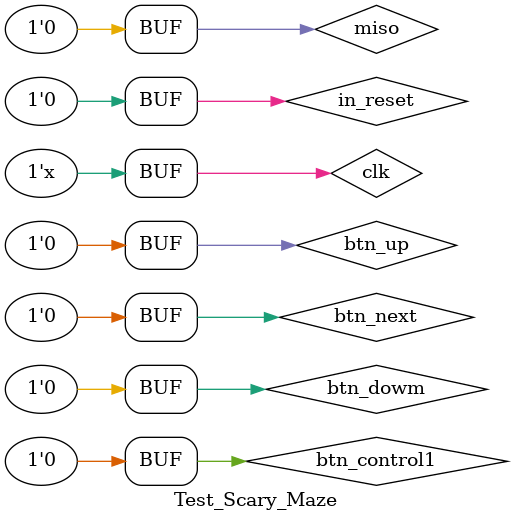
<source format=v>
`timescale 1ns / 1ps


module Test_Scary_Maze(

    );
    reg clk;
    reg in_reset;
    reg btn_next;
    reg btn_up;
    reg btn_dowm;
    reg btn_control;
    //Salidas VGA
    wire [2:0] RGB_VGA;
    wire hsync;
    wire vsync; 
    //Comunicación con el acelerometro
    reg miso;
    wire ss;
    wire mosi;
    wire sclk;

    Scary_maze_top Scary_maze_test(
        .clk(clk),
        .in_reset(in_reset),
        .btn_next(btn_next),
        .btn_up(btn_up),
        .btn_dowm(btn_dowm),
        .btn_control(btn_control),
        //Salidas VGA
        .RGB_VGA(RGB_VGA),
        .hsync(hsync),
        .vsync(vsync), 
        //Comunicación con el acelerometro
        .miso(miso),
        .ss(ss),
        .mosi(mosi),
        .sclk(sclk) 
        );
         
         initial
         begin
         clk=1;
         #10 in_reset=1;
         #25 in_reset=0; 
         #5 btn_next=0;
         #5 btn_up=0; 
         #5 btn_dowm=0;
         #25 btn_control1 = 0;
         #5 miso = 0;
         #4005 miso = 1;
         #5005 miso = 0;
         #6005 miso = 1;
         #8005 miso = 0;
         #9005 miso = 1;
         #10005 miso = 1;
         #11005 miso = 0;
         #12005 miso = 1;
         #13005 miso = 1;
         #14005 miso = 0;
         #15005 miso = 1;
         #16005 miso = 0;
         #160000 btn_next = 1;
         #160200 btn_next = 0;
         #320000 btn_next=1;
         #320100 btn_next=0;
         end
         
         always
         begin
             #5 clk=~clk;
         end

        
        
        
endmodule

</source>
